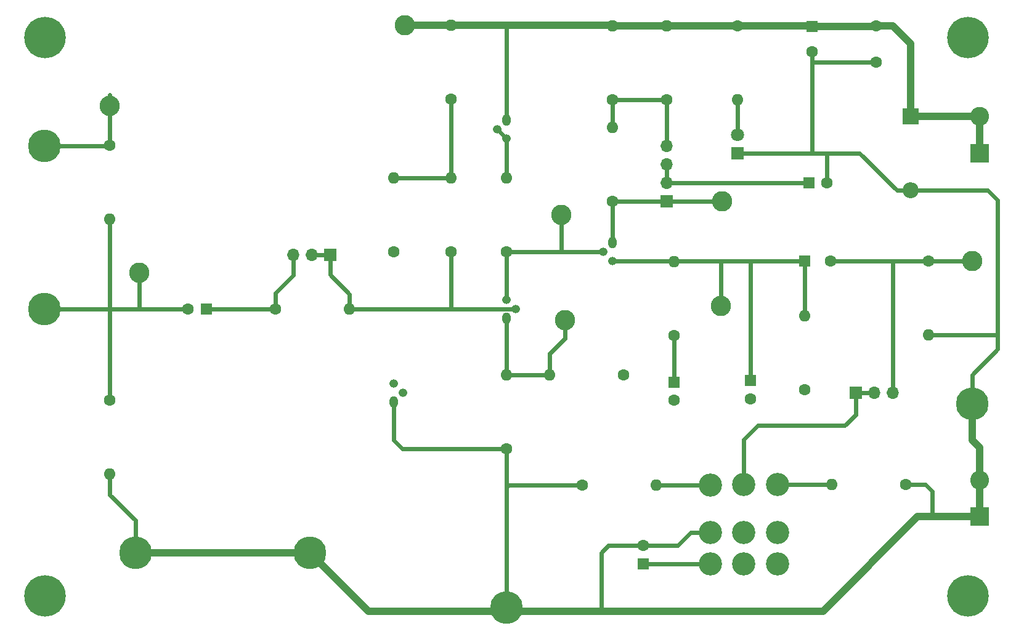
<source format=gbr>
%TF.GenerationSoftware,KiCad,Pcbnew,(7.0.0)*%
%TF.CreationDate,2023-03-04T17:37:48+02:00*%
%TF.ProjectId,efectul RN  asupra caract de frecv,65666563-7475-46c2-9052-4e2020617375,rev?*%
%TF.SameCoordinates,Original*%
%TF.FileFunction,Copper,L1,Top*%
%TF.FilePolarity,Positive*%
%FSLAX46Y46*%
G04 Gerber Fmt 4.6, Leading zero omitted, Abs format (unit mm)*
G04 Created by KiCad (PCBNEW (7.0.0)) date 2023-03-04 17:37:48*
%MOMM*%
%LPD*%
G01*
G04 APERTURE LIST*
%TA.AperFunction,ComponentPad*%
%ADD10C,1.600000*%
%TD*%
%TA.AperFunction,ComponentPad*%
%ADD11O,1.600000X1.600000*%
%TD*%
%TA.AperFunction,ComponentPad*%
%ADD12C,4.500000*%
%TD*%
%TA.AperFunction,ComponentPad*%
%ADD13R,2.600000X2.600000*%
%TD*%
%TA.AperFunction,ComponentPad*%
%ADD14C,2.600000*%
%TD*%
%TA.AperFunction,ComponentPad*%
%ADD15R,1.700000X1.700000*%
%TD*%
%TA.AperFunction,ComponentPad*%
%ADD16O,1.700000X1.700000*%
%TD*%
%TA.AperFunction,ComponentPad*%
%ADD17R,2.200000X2.200000*%
%TD*%
%TA.AperFunction,ComponentPad*%
%ADD18O,2.200000X2.200000*%
%TD*%
%TA.AperFunction,ComponentPad*%
%ADD19C,3.600000*%
%TD*%
%TA.AperFunction,ConnectorPad*%
%ADD20C,5.700000*%
%TD*%
%TA.AperFunction,ComponentPad*%
%ADD21C,2.800000*%
%TD*%
%TA.AperFunction,ComponentPad*%
%ADD22O,1.200000X1.600000*%
%TD*%
%TA.AperFunction,ComponentPad*%
%ADD23O,1.200000X1.200000*%
%TD*%
%TA.AperFunction,ComponentPad*%
%ADD24R,1.600000X1.600000*%
%TD*%
%TA.AperFunction,ComponentPad*%
%ADD25C,3.200000*%
%TD*%
%TA.AperFunction,ComponentPad*%
%ADD26R,1.800000X1.800000*%
%TD*%
%TA.AperFunction,ComponentPad*%
%ADD27C,1.800000*%
%TD*%
%TA.AperFunction,Conductor*%
%ADD28C,0.600000*%
%TD*%
%TA.AperFunction,Conductor*%
%ADD29C,1.000000*%
%TD*%
G04 APERTURE END LIST*
D10*
%TO.P,R82,1*%
%TO.N,Net-(J3-Pin_4)*%
X189987553Y-59648839D03*
D11*
%TO.P,R82,2*%
%TO.N,+24V*%
X189987552Y-49488838D03*
%TD*%
D12*
%TO.P,J6,1,Pin_1*%
%TO.N,IN1*%
X104500000Y-66000000D03*
%TD*%
D10*
%TO.P,C7,1*%
%TO.N,GND*%
X218772224Y-54541257D03*
%TO.P,C7,2*%
%TO.N,+24V*%
X218772224Y-49541257D03*
%TD*%
%TO.P,R7,1*%
%TO.N,Net-(J3-Pin_1)*%
X182593972Y-73660000D03*
D11*
%TO.P,R7,2*%
%TO.N,Net-(J3-Pin_4)*%
X182593971Y-63499999D03*
%TD*%
D10*
%TO.P,R81,1*%
%TO.N,Net-(J3-Pin_4)*%
X182593972Y-59660000D03*
D11*
%TO.P,R81,2*%
%TO.N,+24V*%
X182593971Y-49499999D03*
%TD*%
D13*
%TO.P,J5,1,Pin_1*%
%TO.N,GND*%
X232999999Y-116999999D03*
D14*
%TO.P,J5,2,Pin_2*%
X233000000Y-112000000D03*
%TD*%
D15*
%TO.P,J3,1,Pin_1*%
%TO.N,Net-(J3-Pin_1)*%
X190000462Y-73648313D03*
D16*
%TO.P,J3,2,Pin_2*%
%TO.N,Net-(J3-Pin_2)*%
X190000462Y-71108313D03*
%TO.P,J3,3,Pin_3*%
X190000462Y-68568313D03*
%TO.P,J3,4,Pin_4*%
%TO.N,Net-(J3-Pin_4)*%
X190000462Y-66028313D03*
%TD*%
D17*
%TO.P,D2,1,K*%
%TO.N,+24V*%
X223496667Y-61999054D03*
D18*
%TO.P,D2,2,A*%
%TO.N,GND*%
X223496667Y-72159054D03*
%TD*%
D19*
%TO.P,H3,1*%
%TO.N,N/C*%
X231400000Y-51100000D03*
D20*
X231400000Y-51100000D03*
%TD*%
D21*
%TO.P,TP11,1,1*%
%TO.N,Net-(Q1-C)*%
X175500000Y-75500000D03*
%TD*%
D13*
%TO.P,J4,1,Pin_1*%
%TO.N,+24V*%
X232999999Y-66999999D03*
D14*
%TO.P,J4,2,Pin_2*%
X233000000Y-62000000D03*
%TD*%
D10*
%TO.P,R0XR1,1*%
%TO.N,GND*%
X222817482Y-112588413D03*
D11*
%TO.P,R0XR1,2*%
%TO.N,Net-(R0XR1-Pad2)*%
X212657481Y-112588412D03*
%TD*%
D10*
%TO.P,R5,1*%
%TO.N,Net-(R5-Pad1)*%
X184080000Y-97500000D03*
D11*
%TO.P,R5,2*%
%TO.N,Net-(Q1-E)*%
X173919999Y-97499999D03*
%TD*%
D21*
%TO.P,TP12,1,1*%
%TO.N,Net-(Q1-E)*%
X176000000Y-90000000D03*
%TD*%
D22*
%TO.P,Q1,1,E*%
%TO.N,Net-(Q1-E)*%
X167982956Y-89766967D03*
D23*
%TO.P,Q1,2,B*%
%TO.N,Net-(J1-Pin_1)*%
X169252956Y-88496967D03*
%TO.P,Q1,3,C*%
%TO.N,Net-(Q1-C)*%
X167982956Y-87226967D03*
%TD*%
D10*
%TO.P,RL1,1*%
%TO.N,Net-(J2-Pin_3)*%
X226000000Y-81887379D03*
D11*
%TO.P,RL1,2*%
%TO.N,GND*%
X225999999Y-92047378D03*
%TD*%
D22*
%TO.P,Q3,1,E*%
%TO.N,GND*%
X152499999Y-101210519D03*
D23*
%TO.P,Q3,2,B*%
%TO.N,Net-(Q3-B)*%
X153769999Y-99940519D03*
%TO.P,Q3,3,C*%
X152499999Y-98670519D03*
%TD*%
D24*
%TO.P,C3,1*%
%TO.N,Net-(C3-Pad1)*%
X186805685Y-123498321D03*
D10*
%TO.P,C3,2*%
%TO.N,GND*%
X186805686Y-120998322D03*
%TD*%
D12*
%TO.P,TP3,1,1*%
%TO.N,GND*%
X232000000Y-101500000D03*
%TD*%
D10*
%TO.P,Rix1,1*%
%TO.N,Net-(J1-Pin_3)*%
X136252957Y-88500000D03*
D11*
%TO.P,Rix1,2*%
%TO.N,Net-(J1-Pin_1)*%
X146412956Y-88499999D03*
%TD*%
D12*
%TO.P,TP1,1,1*%
%TO.N,GND*%
X141000000Y-122000000D03*
%TD*%
%TO.P,TP4,1,1*%
%TO.N,GND*%
X117000000Y-122000000D03*
%TD*%
D21*
%TO.P,TP10,1,1*%
%TO.N,Net-(J3-Pin_1)*%
X197632215Y-73641464D03*
%TD*%
D24*
%TO.P,C8,1*%
%TO.N,+24V*%
X209999999Y-49564686D03*
D10*
%TO.P,C8,2*%
%TO.N,GND*%
X210000000Y-53064687D03*
%TD*%
D19*
%TO.P,H2,1*%
%TO.N,N/C*%
X104600000Y-51100000D03*
D20*
X104600000Y-51100000D03*
%TD*%
D10*
%TO.P,R13,1*%
%TO.N,+24V*%
X199745800Y-49539662D03*
D11*
%TO.P,R13,2*%
%TO.N,Net-(D1-A)*%
X199745799Y-59699661D03*
%TD*%
D21*
%TO.P,TP9,1,1*%
%TO.N,Net-(Q2-C)*%
X197500000Y-88000000D03*
%TD*%
D12*
%TO.P,TP2,1,1*%
%TO.N,GND*%
X168000000Y-129500000D03*
%TD*%
D25*
%TO.P,S1,1*%
%TO.N,Net-(C2-Pad2)*%
X205208409Y-123486361D03*
%TO.P,S1,2*%
%TO.N,Net-(R5-Pad1)*%
X200608409Y-123486361D03*
%TO.P,S1,3*%
%TO.N,Net-(C3-Pad1)*%
X196008409Y-123486361D03*
%TO.P,S1,4*%
%TO.N,unconnected-(S1-Pad4)*%
X205208409Y-119166361D03*
%TO.P,S1,5*%
%TO.N,Net-(C4-Pad2)*%
X200608409Y-119166361D03*
%TO.P,S1,6*%
%TO.N,GND*%
X196008409Y-119166361D03*
%TO.P,S1,7*%
%TO.N,Net-(R0XR1-Pad2)*%
X205208409Y-112566361D03*
%TO.P,S1,8*%
%TO.N,Net-(J2-Pin_1)*%
X200608409Y-112566361D03*
%TO.P,S1,9*%
%TO.N,Net-(R0XA1-Pad2)*%
X196008409Y-112686361D03*
%TD*%
D22*
%TO.P,Q4,1,E*%
%TO.N,+24V*%
X168003152Y-62506444D03*
D23*
%TO.P,Q4,2,B*%
%TO.N,Net-(Q4-B)*%
X166733152Y-63776444D03*
%TO.P,Q4,3,C*%
X168003152Y-65046444D03*
%TD*%
D21*
%TO.P,TP5,1,1*%
%TO.N,Net-(J2-Pin_3)*%
X232000000Y-81862658D03*
%TD*%
D12*
%TO.P,J7,1,Pin_1*%
%TO.N,IN2*%
X104469226Y-88438745D03*
%TD*%
D19*
%TO.P,H1,1*%
%TO.N,N/C*%
X104600000Y-127900000D03*
D20*
X104600000Y-127900000D03*
%TD*%
D10*
%TO.P,R3,1*%
%TO.N,Net-(J1-Pin_1)*%
X160370184Y-80580000D03*
D11*
%TO.P,R3,2*%
%TO.N,Net-(R1-Pad1)*%
X160370183Y-70419999D03*
%TD*%
D26*
%TO.P,D1,1,K*%
%TO.N,GND*%
X199764838Y-67039999D03*
D27*
%TO.P,D1,2,A*%
%TO.N,Net-(D1-A)*%
X199764839Y-64500000D03*
%TD*%
D21*
%TO.P,TP7,1,1*%
%TO.N,IN1*%
X113500000Y-60500000D03*
%TD*%
D10*
%TO.P,R12,1*%
%TO.N,IN2*%
X113500000Y-101000000D03*
D11*
%TO.P,R12,2*%
%TO.N,GND*%
X113499999Y-111159999D03*
%TD*%
D22*
%TO.P,Q2,1,E*%
%TO.N,Net-(J3-Pin_1)*%
X182577884Y-79342007D03*
D23*
%TO.P,Q2,2,B*%
%TO.N,Net-(Q1-C)*%
X181307884Y-80612007D03*
%TO.P,Q2,3,C*%
%TO.N,Net-(Q2-C)*%
X182577884Y-81882007D03*
%TD*%
D24*
%TO.P,C4,1*%
%TO.N,Net-(C4-Pad1)*%
X190999999Y-98499999D03*
D10*
%TO.P,C4,2*%
%TO.N,Net-(C4-Pad2)*%
X191000000Y-101000000D03*
%TD*%
D24*
%TO.P,C5,1*%
%TO.N,Net-(Q2-C)*%
X208999999Y-81900409D03*
D10*
%TO.P,C5,2*%
%TO.N,Net-(J2-Pin_3)*%
X212500000Y-81900410D03*
%TD*%
D15*
%TO.P,J2,1,Pin_1*%
%TO.N,Net-(J2-Pin_1)*%
X215959999Y-99999999D03*
D16*
%TO.P,J2,2,Pin_2*%
X218499999Y-99999999D03*
%TO.P,J2,3,Pin_3*%
%TO.N,Net-(J2-Pin_3)*%
X221039999Y-99999999D03*
%TD*%
D10*
%TO.P,R6,1*%
%TO.N,Net-(Q1-C)*%
X168000000Y-80616136D03*
D11*
%TO.P,R6,2*%
%TO.N,Net-(Q4-B)*%
X167999999Y-70456135D03*
%TD*%
D24*
%TO.P,C6,1*%
%TO.N,Net-(J3-Pin_2)*%
X209546979Y-71140182D03*
D10*
%TO.P,C6,2*%
%TO.N,GND*%
X212046980Y-71140183D03*
%TD*%
D24*
%TO.P,C1,1*%
%TO.N,Net-(J1-Pin_3)*%
X126752956Y-88499999D03*
D10*
%TO.P,C1,2*%
%TO.N,IN2*%
X124252957Y-88500000D03*
%TD*%
%TO.P,R1,1*%
%TO.N,Net-(R1-Pad1)*%
X160370184Y-59580000D03*
D11*
%TO.P,R1,2*%
%TO.N,+24V*%
X160370183Y-49419999D03*
%TD*%
D10*
%TO.P,R0XA1,1*%
%TO.N,GND*%
X178420000Y-112673505D03*
D11*
%TO.P,R0XA1,2*%
%TO.N,Net-(R0XA1-Pad2)*%
X188579999Y-112673504D03*
%TD*%
D21*
%TO.P,TP8,1,1*%
%TO.N,+24V*%
X154030866Y-49427642D03*
%TD*%
D10*
%TO.P,R9,1*%
%TO.N,GND*%
X209000000Y-99580000D03*
D11*
%TO.P,R9,2*%
%TO.N,Net-(Q2-C)*%
X208999999Y-89419999D03*
%TD*%
D21*
%TO.P,TP6,1,1*%
%TO.N,IN2*%
X117500000Y-83500000D03*
%TD*%
D10*
%TO.P,R2,1*%
%TO.N,Net-(Q3-B)*%
X152500000Y-80580000D03*
D11*
%TO.P,R2,2*%
%TO.N,Net-(R1-Pad1)*%
X152499999Y-70419999D03*
%TD*%
D15*
%TO.P,J1,1,Pin_1*%
%TO.N,Net-(J1-Pin_1)*%
X143752956Y-80999999D03*
D16*
%TO.P,J1,2,Pin_2*%
X141212956Y-80999999D03*
%TO.P,J1,3,Pin_3*%
%TO.N,Net-(J1-Pin_3)*%
X138672956Y-80999999D03*
%TD*%
D24*
%TO.P,C2,1*%
%TO.N,Net-(Q2-C)*%
X201499999Y-98317620D03*
D10*
%TO.P,C2,2*%
%TO.N,Net-(C2-Pad2)*%
X201500000Y-100817621D03*
%TD*%
%TO.P,R10,1*%
%TO.N,Net-(C4-Pad1)*%
X191000000Y-92080000D03*
D11*
%TO.P,R10,2*%
%TO.N,Net-(Q2-C)*%
X190999999Y-81919999D03*
%TD*%
D10*
%TO.P,R4,1*%
%TO.N,GND*%
X168001127Y-107671001D03*
D11*
%TO.P,R4,2*%
%TO.N,Net-(Q1-E)*%
X168001126Y-97511000D03*
%TD*%
D19*
%TO.P,H4,1*%
%TO.N,N/C*%
X231400000Y-127900000D03*
D20*
X231400000Y-127900000D03*
%TD*%
D10*
%TO.P,R11,1*%
%TO.N,IN1*%
X113500000Y-65920000D03*
D11*
%TO.P,R11,2*%
%TO.N,IN2*%
X113499999Y-76079999D03*
%TD*%
D28*
%TO.N,Net-(J1-Pin_3)*%
X136252957Y-88500000D02*
X136252957Y-86247043D01*
X126752957Y-88500000D02*
X136252957Y-88500000D01*
X136252957Y-86247043D02*
X138672957Y-83827043D01*
X138672957Y-83827043D02*
X138672957Y-81000000D01*
%TO.N,IN2*%
X117500000Y-83500000D02*
X117500000Y-88438745D01*
X117500000Y-88438745D02*
X124191702Y-88438745D01*
X104469226Y-88438745D02*
X117500000Y-88438745D01*
X124191702Y-88438745D02*
X124252957Y-88500000D01*
X113500000Y-76080000D02*
X113500000Y-101000000D01*
%TO.N,Net-(Q2-C)*%
X197500000Y-81882008D02*
X201500000Y-81882008D01*
X201500000Y-98317621D02*
X201500000Y-81882008D01*
X201500000Y-81882008D02*
X208981598Y-81882008D01*
X208985562Y-89705658D02*
X208985562Y-81914848D01*
X197500000Y-88000000D02*
X197500000Y-81882008D01*
X208985562Y-81914848D02*
X209000000Y-81900410D01*
X208981598Y-81882008D02*
X209000000Y-81900410D01*
X182577885Y-81882008D02*
X197500000Y-81882008D01*
%TO.N,Net-(C3-Pad1)*%
X195996448Y-123498322D02*
X196008409Y-123486361D01*
X186805686Y-123498322D02*
X195996448Y-123498322D01*
%TO.N,GND*%
X226500000Y-113500000D02*
X226500000Y-117000000D01*
D29*
X211500000Y-130000000D02*
X181000000Y-130000000D01*
D28*
X234159055Y-72159055D02*
X223496668Y-72159055D01*
X193333639Y-119166361D02*
X196008409Y-119166361D01*
X186805686Y-120998322D02*
X182001678Y-120998322D01*
X216540000Y-67040000D02*
X221659055Y-72159055D01*
X212046980Y-71140183D02*
X212046980Y-67086980D01*
D29*
X233000000Y-112000000D02*
X233000000Y-113500000D01*
D28*
X235500000Y-94000000D02*
X232000000Y-97500000D01*
X235452621Y-92047379D02*
X235500000Y-92000000D01*
D29*
X232000000Y-106500000D02*
X233000000Y-107500000D01*
X233000000Y-113500000D02*
X233000000Y-117000000D01*
D28*
X222817482Y-112588413D02*
X225588413Y-112588413D01*
X152500000Y-101210520D02*
X152500000Y-106500000D01*
X221659055Y-72159055D02*
X223496668Y-72159055D01*
D29*
X211500000Y-130000000D02*
X224500000Y-117000000D01*
D28*
X168327622Y-112673505D02*
X168001127Y-113000000D01*
X212046980Y-67086980D02*
X212000000Y-67040000D01*
X235500000Y-92000000D02*
X235500000Y-94000000D01*
X191501678Y-120998322D02*
X193333639Y-119166361D01*
X168001127Y-129998873D02*
X168000000Y-130000000D01*
X186805686Y-120998322D02*
X191501678Y-120998322D01*
X211500000Y-130000000D02*
X222817482Y-118682518D01*
D29*
X149000000Y-130000000D02*
X168000000Y-130000000D01*
D28*
X232952621Y-92047379D02*
X235452621Y-92047379D01*
X168001127Y-113000000D02*
X168001127Y-129998873D01*
D29*
X226500000Y-117000000D02*
X233000000Y-117000000D01*
D28*
X168001127Y-107671001D02*
X168001127Y-113000000D01*
X218772224Y-54541257D02*
X210041257Y-54541257D01*
X153671001Y-107671001D02*
X168001127Y-107671001D01*
X232411587Y-112588413D02*
X233000000Y-112000000D01*
X178420000Y-112673505D02*
X168327622Y-112673505D01*
D29*
X181000000Y-130000000D02*
X168000000Y-130000000D01*
D28*
X225588413Y-112588413D02*
X226500000Y-113500000D01*
D29*
X233000000Y-107500000D02*
X233000000Y-113500000D01*
D28*
X152500000Y-106500000D02*
X153671001Y-107671001D01*
X210041257Y-54541257D02*
X210000000Y-54500000D01*
X232000000Y-97500000D02*
X232000000Y-101500000D01*
X212000000Y-67040000D02*
X216540000Y-67040000D01*
X235500000Y-92000000D02*
X235500000Y-73500000D01*
X181000000Y-122000000D02*
X181000000Y-130000000D01*
X117000000Y-117500000D02*
X117000000Y-122000000D01*
D29*
X232000000Y-101500000D02*
X232000000Y-106500000D01*
X117000000Y-122000000D02*
X141000000Y-122000000D01*
D28*
X113500000Y-114000000D02*
X117000000Y-117500000D01*
X210000000Y-54500000D02*
X210000000Y-67040000D01*
X210000000Y-67040000D02*
X212000000Y-67040000D01*
X182001678Y-120998322D02*
X181000000Y-122000000D01*
X210000000Y-53064687D02*
X210000000Y-54500000D01*
X199764839Y-67040000D02*
X210000000Y-67040000D01*
X235500000Y-73500000D02*
X234159055Y-72159055D01*
D29*
X224500000Y-117000000D02*
X226500000Y-117000000D01*
X141000000Y-122000000D02*
X149000000Y-130000000D01*
D28*
X226000000Y-92047379D02*
X232952621Y-92047379D01*
X113500000Y-111160000D02*
X113500000Y-114000000D01*
%TO.N,Net-(C4-Pad1)*%
X191000000Y-92080000D02*
X191000000Y-98500000D01*
%TO.N,Net-(J2-Pin_3)*%
X212500000Y-81900410D02*
X221000000Y-81900410D01*
X232094913Y-81862658D02*
X226024721Y-81862658D01*
X221000000Y-81900410D02*
X225986969Y-81900410D01*
X225986969Y-81900410D02*
X226000000Y-81887379D01*
X226024721Y-81862658D02*
X226000000Y-81887379D01*
X221040000Y-81940410D02*
X221000000Y-81900410D01*
X221040000Y-100000000D02*
X221040000Y-81940410D01*
%TO.N,Net-(J3-Pin_2)*%
X209546980Y-71140183D02*
X190032332Y-71140183D01*
X190000463Y-71108314D02*
X190000463Y-68568314D01*
X190032332Y-71140183D02*
X190000463Y-71108314D01*
D29*
%TO.N,+24V*%
X189987553Y-49488839D02*
X199694977Y-49488839D01*
X232999055Y-61999055D02*
X233000000Y-62000000D01*
X168000000Y-49420000D02*
X182513972Y-49420000D01*
X218748794Y-49564687D02*
X218772224Y-49541257D01*
X218772224Y-49541257D02*
X221041257Y-49541257D01*
X160362542Y-49427642D02*
X160370184Y-49420000D01*
X210000000Y-49564687D02*
X218748794Y-49564687D01*
X182513972Y-49420000D02*
X182593972Y-49500000D01*
X209974975Y-49539662D02*
X210000000Y-49564687D01*
X233000000Y-67000000D02*
X233000000Y-62000000D01*
D28*
X168003153Y-62506445D02*
X168003153Y-49423153D01*
D29*
X223496668Y-61999055D02*
X232999055Y-61999055D01*
X221041257Y-49541257D02*
X223496668Y-51996668D01*
X199694977Y-49488839D02*
X199745800Y-49539662D01*
X182593972Y-49500000D02*
X189976392Y-49500000D01*
D28*
X168003153Y-49423153D02*
X168000000Y-49420000D01*
D29*
X154030866Y-49427642D02*
X160362542Y-49427642D01*
X223496668Y-51996668D02*
X223496668Y-61999055D01*
X160370184Y-49420000D02*
X168000000Y-49420000D01*
X199745800Y-49539662D02*
X209974975Y-49539662D01*
X189976392Y-49500000D02*
X189987553Y-49488839D01*
D28*
%TO.N,Net-(D1-A)*%
X199745800Y-59699662D02*
X199745800Y-64480961D01*
X199745800Y-64480961D02*
X199764839Y-64500000D01*
%TO.N,Net-(J1-Pin_1)*%
X160370184Y-80580000D02*
X160370184Y-88337152D01*
X143752957Y-81000000D02*
X143752957Y-83752957D01*
X146412957Y-88500000D02*
X146445989Y-88466968D01*
X143752957Y-83752957D02*
X146412957Y-86412957D01*
X160500000Y-88466968D02*
X169222957Y-88466968D01*
X141212957Y-81000000D02*
X143752957Y-81000000D01*
X160370184Y-88337152D02*
X160500000Y-88466968D01*
X146412957Y-86412957D02*
X146412957Y-88500000D01*
X169222957Y-88466968D02*
X169252957Y-88496968D01*
X146445989Y-88466968D02*
X160500000Y-88466968D01*
%TO.N,Net-(J2-Pin_1)*%
X215960000Y-103040000D02*
X215960000Y-100000000D01*
X214500000Y-104500000D02*
X215960000Y-103040000D01*
X200608409Y-106391591D02*
X202500000Y-104500000D01*
X200608409Y-112566361D02*
X200608409Y-106391591D01*
X215960000Y-100000000D02*
X218500000Y-100000000D01*
X202500000Y-104500000D02*
X214500000Y-104500000D01*
%TO.N,Net-(J3-Pin_1)*%
X182593972Y-73660000D02*
X182593972Y-79325921D01*
X197632215Y-73641464D02*
X190007313Y-73641464D01*
X190000463Y-73648314D02*
X182605658Y-73648314D01*
X182605658Y-73648314D02*
X182593972Y-73660000D01*
X182593972Y-79325921D02*
X182577885Y-79342008D01*
X190007313Y-73641464D02*
X190000463Y-73648314D01*
%TO.N,Net-(J3-Pin_4)*%
X190000463Y-66028314D02*
X190000463Y-59661749D01*
X182593972Y-59660000D02*
X189976392Y-59660000D01*
X182593972Y-59660000D02*
X182593972Y-63500000D01*
X190000463Y-59661749D02*
X189987553Y-59648839D01*
X189976392Y-59660000D02*
X189987553Y-59648839D01*
%TO.N,IN1*%
X104500000Y-66000000D02*
X113420000Y-66000000D01*
X113500000Y-59000000D02*
X113500000Y-65920000D01*
X113420000Y-66000000D02*
X113500000Y-65920000D01*
%TO.N,Net-(Q1-C)*%
X175500000Y-80612008D02*
X168004128Y-80612008D01*
X175500000Y-75500000D02*
X175500000Y-80612008D01*
X181307885Y-80612008D02*
X175500000Y-80612008D01*
X168000000Y-87209925D02*
X167982957Y-87226968D01*
X168000000Y-80616136D02*
X168000000Y-87209925D01*
X168004128Y-80612008D02*
X168000000Y-80616136D01*
%TO.N,Net-(Q1-E)*%
X167990126Y-97500000D02*
X168001127Y-97511001D01*
X173920000Y-94580000D02*
X173920000Y-97500000D01*
X168001127Y-97511001D02*
X168001127Y-89785138D01*
X168001127Y-89785138D02*
X167982957Y-89766968D01*
X168012128Y-97500000D02*
X168001127Y-97511001D01*
X173920000Y-97500000D02*
X168012128Y-97500000D01*
X176000000Y-92500000D02*
X173920000Y-94580000D01*
X176000000Y-90000000D02*
X176000000Y-92500000D01*
%TO.N,Net-(Q4-B)*%
X168000000Y-70456136D02*
X168000000Y-65049598D01*
X168003153Y-65046445D02*
X166733153Y-63776445D01*
X168000000Y-65049598D02*
X168003153Y-65046445D01*
%TO.N,Net-(R0XA1-Pad2)*%
X195995553Y-112673505D02*
X196008409Y-112686361D01*
X188580000Y-112673505D02*
X195995553Y-112673505D01*
%TO.N,Net-(R0XR1-Pad2)*%
X212635430Y-112566361D02*
X212657482Y-112588413D01*
X205208409Y-112566361D02*
X212635430Y-112566361D01*
%TO.N,Net-(R1-Pad1)*%
X160370184Y-59580000D02*
X160370184Y-70420000D01*
X152500000Y-70420000D02*
X160370184Y-70420000D01*
%TO.N,Net-(R5-Pad1)*%
X184080000Y-97500000D02*
X184000000Y-97580000D01*
%TD*%
M02*

</source>
